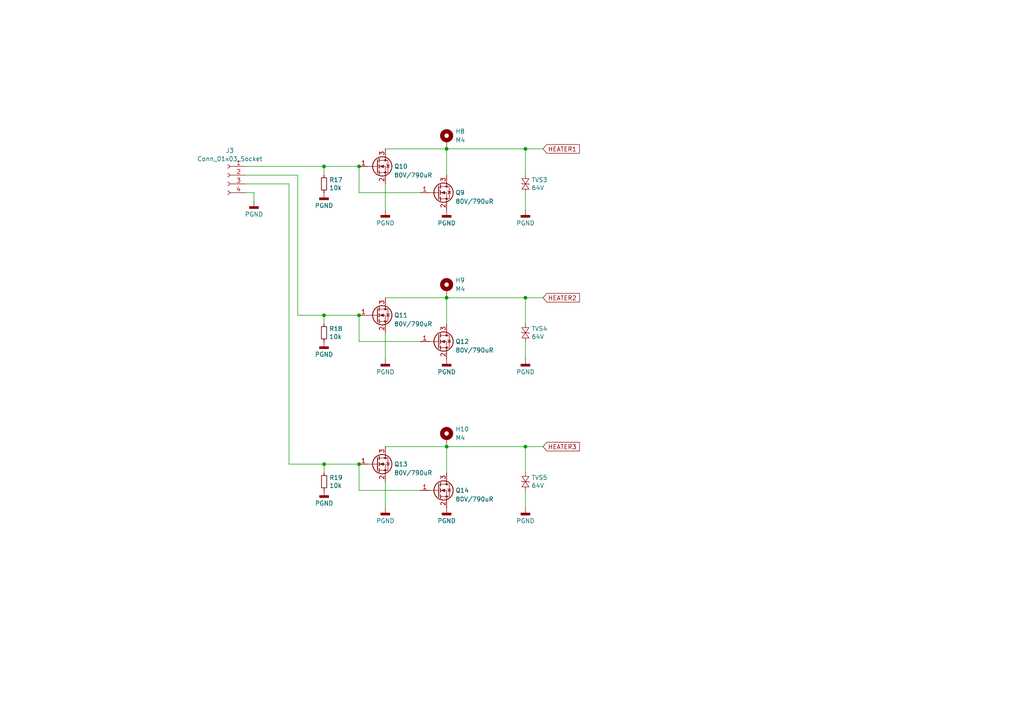
<source format=kicad_sch>
(kicad_sch (version 20250114) (generator "eeschema") (generator_version "9.0")
  (paper "A4")
  (title_block (title "3 kW DC heater controller") (date "2024-11-09") (rev "1.0.0") (company "(c) 2024, Marek Koza <qyx@krtko.org>"))
  (lib_symbols
    (symbol "Connector:Conn_01x04_Socket" (pin_names (offset 1.016) (hide yes))
      (property "Reference" "J" (at 0 5.08 0))
      (property "Value" "Conn_01x04_Socket" (at 0 -7.62 0))
      (symbol "Conn_01x04_Socket_1_1"
        (polyline (pts (xy -1.27 2.54) (xy -0.508 2.54)) (stroke (width 0.1524)))
        (polyline (pts (xy -1.27 0) (xy -0.508 0)) (stroke (width 0.1524)))
        (polyline (pts (xy -1.27 -2.54) (xy -0.508 -2.54)) (stroke (width 0.1524)))
        (polyline (pts (xy -1.27 -5.08) (xy -0.508 -5.08)) (stroke (width 0.1524)))
        (arc (start 0 2.032) (mid -0.5058 2.54) (end 0 3.048) (stroke (width 0.1524)))
        (arc (start 0 -0.508) (mid -0.5058 0) (end 0 0.508) (stroke (width 0.1524)))
        (arc (start 0 -3.048) (mid -0.5058 -2.54) (end 0 -2.032) (stroke (width 0.1524)))
        (arc (start 0 -5.588) (mid -0.5058 -5.08) (end 0 -4.572) (stroke (width 0.1524)))
        (pin passive line (at -5.08 2.54 0) (length 3.81) (name "Pin_1") (number "1"))
        (pin passive line (at -5.08 0 0) (length 3.81) (name "Pin_2") (number "2"))
        (pin passive line (at -5.08 -2.54 0) (length 3.81) (name "Pin_3") (number "3"))
        (pin passive line (at -5.08 -5.08 0) (length 3.81) (name "Pin_4") (number "4"))
      )
    )
    (symbol "Device:R_Small" (pin_numbers (hide yes)) (pin_names (offset 0.254) (hide yes))
      (property "Reference" "R" (at 0 0 90))
      (property "Value" "R_Small" (at 1.778 0 90))
      (symbol "R_Small_0_1"
        (rectangle (start -0.762 1.778) (end 0.762 -1.778) (stroke (width 0.2032)))
      )
      (symbol "R_Small_1_1"
        (pin passive line (at 0 2.54 270) (length 0.762) (name "~") (number "1"))
        (pin passive line (at 0 -2.54 90) (length 0.762) (name "~") (number "2"))
      )
    )
    (symbol "Mechanical:MountingHole_Pad" (pin_numbers (hide yes)) (pin_names (offset 1.016) (hide yes)) (exclude_from_sim yes) (in_bom no)
      (property "Reference" "H" (at 0 6.35 0))
      (property "Value" "MountingHole_Pad" (at 0 4.445 0))
      (symbol "MountingHole_Pad_0_1"
        (circle (center 0 1.27) (radius 1.27) (stroke (width 1.27)))
      )
      (symbol "MountingHole_Pad_1_1"
        (pin input line (at 0 -2.54 90) (length 2.54) (name "1") (number "1"))
      )
    )
    (symbol "Transistor_FET:IPT015N10N5" (pin_names (hide yes))
      (property "Reference" "Q" (at 5.08 1.905 0))
      (property "Value" "IPT015N10N5" (at 5.08 0 0))
      (symbol "IPT015N10N5_0_1"
        (polyline (pts (xy 0.254 1.905) (xy 0.254 -1.905)) (stroke (width 0.254)))
        (polyline (pts (xy 0.254 0) (xy -2.54 0)))
        (polyline (pts (xy 0.762 2.286) (xy 0.762 1.27)) (stroke (width 0.254)))
        (polyline (pts (xy 0.762 0.508) (xy 0.762 -0.508)) (stroke (width 0.254)))
        (polyline (pts (xy 0.762 -1.27) (xy 0.762 -2.286)) (stroke (width 0.254)))
        (polyline (pts (xy 0.762 -1.778) (xy 3.302 -1.778) (xy 3.302 1.778) (xy 0.762 1.778)))
        (polyline (pts (xy 1.016 0) (xy 2.032 0.381) (xy 2.032 -0.381) (xy 1.016 0)) (fill (type outline)))
        (circle (center 1.651 0) (radius 2.794) (stroke (width 0.254)))
        (polyline (pts (xy 2.54 2.54) (xy 2.54 1.778)))
        (circle (center 2.54 1.778) (radius 0.254) (fill (type outline)))
        (circle (center 2.54 -1.778) (radius 0.254) (fill (type outline)))
        (polyline (pts (xy 2.54 -2.54) (xy 2.54 0) (xy 0.762 0)))
        (polyline (pts (xy 2.794 0.508) (xy 2.921 0.381) (xy 3.683 0.381) (xy 3.81 0.254)))
        (polyline (pts (xy 3.302 0.381) (xy 2.921 -0.254) (xy 3.683 -0.254) (xy 3.302 0.381)))
      )
      (symbol "IPT015N10N5_1_1"
        (pin input line (at -5.08 0 0) (length 2.54) (name "G") (number "1"))
        (pin passive line (at 2.54 5.08 270) (length 2.54) (name "D") (number "3"))
        (pin passive line (at 2.54 -5.08 90) (length 2.54) (name "S") (number "2"))
      )
    )
    (symbol "passives:d_tvs_bidi" (pin_numbers (hide yes)) (pin_names (offset 1.016) (hide yes))
      (property "Reference" "TVS" (at 0 2.54 0))
      (property "Value" "d_tvs_bidi" (at 0 -2.54 0))
      (symbol "d_tvs_bidi_0_1"
        (polyline (pts (xy 0.254 1.016) (xy 0 1.016) (xy 0 -1.016) (xy -0.254 -1.016)))
      )
      (symbol "d_tvs_bidi_1_1"
        (polyline (pts (xy -1.524 -1.016) (xy 0 0) (xy -1.524 1.016) (xy -1.524 -1.016)))
        (polyline (pts (xy 1.524 1.016) (xy 0 0) (xy 1.524 -1.016) (xy 1.524 1.016)))
        (pin passive line (at -2.54 0 0) (length 1.016) (name "K") (number "1"))
        (pin passive line (at 2.54 0 180) (length 1.016) (name "A") (number "2"))
      )
    )
    (symbol "power:GNDD" (power) (pin_numbers (hide yes)) (pin_names (offset 0) (hide yes))
      (property "Value" "GNDD" (at 0 -3.175 0))
      (symbol "GNDD_0_1"
        (rectangle (start -1.27 -1.524) (end 1.27 -2.032) (stroke (width 0.254)) (fill (type outline)))
        (polyline (pts (xy 0 0) (xy 0 -1.524)))
      )
      (symbol "GNDD_1_1"
        (pin power_in line (at 0 0 270) (length 0) (name "~") (number "1"))
      )
    )
  )
  (junction (at 152.4 129.54))
  (junction (at 152.4 43.18))
  (junction (at 129.54 129.54))
  (junction (at 152.4 86.36))
  (junction (at 93.98 91.44))
  (junction (at 129.54 43.18))
  (junction (at 104.14 134.62))
  (junction (at 94.0089 134.62))
  (junction (at 93.98 48.26))
  (junction (at 129.54 86.36))
  (junction (at 104.14 48.26))
  (junction (at 104.14 91.44))
  (wire (pts (xy 93.98 91.44) (xy 93.98 93.98)))
  (wire (pts (xy 86.36 50.8) (xy 71.12 50.8)))
  (wire (pts (xy 93.98 48.26) (xy 104.14 48.26)))
  (wire (pts (xy 152.4 60.96) (xy 152.4 55.88)))
  (wire (pts (xy 83.82 134.62) (xy 94.0089 134.62)))
  (wire (pts (xy 152.4 147.32) (xy 152.4 142.24)))
  (wire (pts (xy 121.92 142.24) (xy 104.14 142.24)))
  (wire (pts (xy 129.54 43.18) (xy 129.54 50.8)))
  (wire (pts (xy 111.76 96.52) (xy 111.76 104.14)))
  (wire (pts (xy 152.4 129.54) (xy 157.48 129.54)))
  (wire (pts (xy 111.76 86.36) (xy 129.54 86.36)))
  (wire (pts (xy 152.4 129.54) (xy 152.4 137.16)))
  (wire (pts (xy 83.82 53.34) (xy 71.12 53.34)))
  (wire (pts (xy 94.0089 134.62) (xy 104.14 134.62)))
  (wire (pts (xy 121.92 99.06) (xy 104.14 99.06)))
  (wire (pts (xy 93.98 91.44) (xy 104.14 91.44)))
  (wire (pts (xy 129.54 86.36) (xy 152.4 86.36)))
  (wire (pts (xy 104.14 142.24) (xy 104.14 134.62)))
  (wire (pts (xy 86.36 91.44) (xy 86.36 50.8)))
  (wire (pts (xy 111.76 139.7) (xy 111.76 147.32)))
  (wire (pts (xy 111.76 53.34) (xy 111.76 60.96)))
  (wire (pts (xy 129.54 86.36) (xy 129.54 93.98)))
  (wire (pts (xy 129.54 129.54) (xy 129.54 137.16)))
  (wire (pts (xy 93.98 48.26) (xy 93.98 50.8)))
  (wire (pts (xy 104.14 99.06) (xy 104.14 91.44)))
  (wire (pts (xy 71.12 55.88) (xy 73.66 55.88)))
  (wire (pts (xy 152.4 43.18) (xy 152.4 50.8)))
  (wire (pts (xy 73.66 55.88) (xy 73.66 58.42)))
  (wire (pts (xy 152.4 86.36) (xy 152.4 93.98)))
  (wire (pts (xy 111.76 43.18) (xy 129.54 43.18)))
  (wire (pts (xy 111.76 129.54) (xy 129.54 129.54)))
  (wire (pts (xy 152.4 43.18) (xy 157.48 43.18)))
  (wire (pts (xy 121.92 55.88) (xy 104.14 55.88)))
  (wire (pts (xy 83.82 134.62) (xy 83.82 53.34)))
  (wire (pts (xy 152.4 104.14) (xy 152.4 99.06)))
  (wire (pts (xy 86.36 91.44) (xy 93.98 91.44)))
  (wire (pts (xy 129.54 43.18) (xy 152.4 43.18)))
  (wire (pts (xy 94.0089 134.62) (xy 94.0089 137.16)))
  (wire (pts (xy 71.12 48.26) (xy 93.98 48.26)))
  (wire (pts (xy 152.4 86.36) (xy 157.48 86.36)))
  (wire (pts (xy 104.14 55.88) (xy 104.14 48.26)))
  (wire (pts (xy 129.54 129.54) (xy 152.4 129.54)))
  (global_label "HEATER2" (shape input) (at 157.48 86.36 0) (property "Intersheetrefs" "${INTERSHEET_REFS}" (effects (hide yes))))
  (global_label "HEATER3" (shape input) (at 157.48 129.54 0) (property "Intersheetrefs" "${INTERSHEET_REFS}" (effects (hide yes))))
  (global_label "HEATER1" (shape input) (at 157.48 43.18 0) (property "Intersheetrefs" "${INTERSHEET_REFS}" (effects (hide yes))))
  (symbol (lib_id "Transistor_FET:IPT015N10N5") (at 127 142.24 0) (unit 1)
    (property "Reference" "Q14" (at 132.08 142.24 0) (effects (justify left)))
    (property "Value" "80V/790uR" (at 132.08 144.78 0) (effects (justify left)))
    (property "Footprint" "Package_TO_SOT_SMD:Infineon_PG-HSOF-8-1" (effects (hide yes)))
    (property "Datasheet" "http://www.infineon.com/dgdl/Infineon-IPT015N10N5-DS-v02_01-EN.pdf?fileId=5546d4624a75e5f1014ac94680661aff" (effects (hide yes)))
  )
  (symbol (lib_id "Connector:Conn_01x04_Socket") (at 66.04 50.8 0) (mirror y) (unit 1)
    (property "Reference" "J3" (at 66.675 43.6583 0))
    (property "Value" "Conn_01x03_Socket" (at 66.675 46.0826 0))
    (property "Footprint" "Connector_PinHeader_2.54mm:PinHeader_1x04_P2.54mm_Vertical" (effects (hide yes)))
    (property "Description" "Generic connector, single row, 01x04, script generated" (effects (hide yes)))
  )
  (symbol (lib_id "power:GNDD") (at 73.66 58.42 0) (unit 1)
    (property "Reference" "#PWR01" (effects (hide yes)))
    (property "Value" "PGND" (at 73.66 62.1721 0))
    (property "Description" "Power symbol creates a global label with name \"GNDD\" , digital ground" (effects (hide yes)))
  )
  (symbol (lib_id "power:GNDD") (at 111.76 147.32 0) (unit 1)
    (property "Reference" "#PWR024" (effects (hide yes)))
    (property "Value" "PGND" (at 111.76 151.0721 0))
    (property "Description" "Power symbol creates a global label with name \"GNDD\" , digital ground" (effects (hide yes)))
  )
  (symbol (lib_id "Transistor_FET:IPT015N10N5") (at 127 55.88 0) (unit 1)
    (property "Reference" "Q9" (at 132.08 55.88 0) (effects (justify left)))
    (property "Value" "80V/790uR" (at 132.08 58.42 0) (effects (justify left)))
    (property "Footprint" "Package_TO_SOT_SMD:Infineon_PG-HSOF-8-1" (effects (hide yes)))
    (property "Datasheet" "http://www.infineon.com/dgdl/Infineon-IPT015N10N5-DS-v02_01-EN.pdf?fileId=5546d4624a75e5f1014ac94680661aff" (effects (hide yes)))
  )
  (symbol (lib_id "power:GNDD") (at 152.4 60.96 0) (unit 1)
    (property "Reference" "#PWR020" (effects (hide yes)))
    (property "Value" "PGND" (at 152.4 64.7121 0))
    (property "Description" "Power symbol creates a global label with name \"GNDD\" , digital ground" (effects (hide yes)))
  )
  (symbol (lib_id "power:GNDD") (at 93.98 99.06 0) (unit 1)
    (property "Reference" "#PWR036" (effects (hide yes)))
    (property "Value" "PGND" (at 93.98 102.8121 0))
    (property "Description" "Power symbol creates a global label with name \"GNDD\" , digital ground" (effects (hide yes)))
  )
  (symbol (lib_id "power:GNDD") (at 93.98 55.88 0) (unit 1)
    (property "Reference" "#PWR035" (effects (hide yes)))
    (property "Value" "PGND" (at 93.98 59.6321 0))
    (property "Description" "Power symbol creates a global label with name \"GNDD\" , digital ground" (effects (hide yes)))
  )
  (symbol (lib_id "power:GNDD") (at 111.76 60.96 0) (unit 1)
    (property "Reference" "#PWR09" (effects (hide yes)))
    (property "Value" "PGND" (at 111.76 64.7121 0))
    (property "Description" "Power symbol creates a global label with name \"GNDD\" , digital ground" (effects (hide yes)))
  )
  (symbol (lib_id "passives:d_tvs_bidi") (at 152.4 53.34 270) (unit 1)
    (property "Reference" "TVS3" (at 154.1272 52.1716 90) (effects (justify left)))
    (property "Value" "64V" (at 154.1272 54.483 90) (effects (justify left)))
    (property "Footprint" "Diode_SMD:D_SMC" (effects (hide yes)))
  )
  (symbol (lib_id "Transistor_FET:IPT015N10N5") (at 109.22 134.62 0) (unit 1)
    (property "Reference" "Q13" (at 114.3 134.62 0) (effects (justify left)))
    (property "Value" "80V/790uR" (at 114.3 137.16 0) (effects (justify left)))
    (property "Footprint" "Package_TO_SOT_SMD:Infineon_PG-HSOF-8-1" (effects (hide yes)))
    (property "Datasheet" "http://www.infineon.com/dgdl/Infineon-IPT015N10N5-DS-v02_01-EN.pdf?fileId=5546d4624a75e5f1014ac94680661aff" (effects (hide yes)))
  )
  (symbol (lib_id "Transistor_FET:IPT015N10N5") (at 109.22 48.26 0) (unit 1)
    (property "Reference" "Q10" (at 114.3 48.26 0) (effects (justify left)))
    (property "Value" "80V/790uR" (at 114.3 50.8 0) (effects (justify left)))
    (property "Footprint" "Package_TO_SOT_SMD:Infineon_PG-HSOF-8-1" (effects (hide yes)))
    (property "Datasheet" "http://www.infineon.com/dgdl/Infineon-IPT015N10N5-DS-v02_01-EN.pdf?fileId=5546d4624a75e5f1014ac94680661aff" (effects (hide yes)))
  )
  (symbol (lib_id "passives:d_tvs_bidi") (at 152.4 139.7 270) (unit 1)
    (property "Reference" "TVS5" (at 154.1272 138.5316 90) (effects (justify left)))
    (property "Value" "64V" (at 154.1272 140.843 90) (effects (justify left)))
    (property "Footprint" "Diode_SMD:D_SMC" (effects (hide yes)))
  )
  (symbol (lib_id "Device:R_Small") (at 93.98 96.52 0) (unit 1)
    (property "Reference" "R18" (at 95.4786 95.3516 0) (effects (justify left)))
    (property "Value" "10k" (at 95.4786 97.663 0) (effects (justify left)))
    (property "Footprint" "Resistor_SMD:R_0603_1608Metric" (effects (hide yes)))
  )
  (symbol (lib_id "Transistor_FET:IPT015N10N5") (at 109.22 91.44 0) (unit 1)
    (property "Reference" "Q11" (at 114.3 91.44 0) (effects (justify left)))
    (property "Value" "80V/790uR" (at 114.3 93.98 0) (effects (justify left)))
    (property "Footprint" "Package_TO_SOT_SMD:Infineon_PG-HSOF-8-1" (effects (hide yes)))
    (property "Datasheet" "http://www.infineon.com/dgdl/Infineon-IPT015N10N5-DS-v02_01-EN.pdf?fileId=5546d4624a75e5f1014ac94680661aff" (effects (hide yes)))
  )
  (symbol (lib_id "power:GNDD") (at 94.0089 142.24 0) (unit 1)
    (property "Reference" "#PWR037" (effects (hide yes)))
    (property "Value" "PGND" (at 94.0089 145.9921 0))
    (property "Description" "Power symbol creates a global label with name \"GNDD\" , digital ground" (effects (hide yes)))
  )
  (symbol (lib_id "power:GNDD") (at 129.54 60.96 0) (unit 1)
    (property "Reference" "#PWR017" (effects (hide yes)))
    (property "Value" "PGND" (at 129.54 64.7121 0))
    (property "Description" "Power symbol creates a global label with name \"GNDD\" , digital ground" (effects (hide yes)))
  )
  (symbol (lib_id "power:GNDD") (at 129.54 147.32 0) (unit 1)
    (property "Reference" "#PWR025" (effects (hide yes)))
    (property "Value" "PGND" (at 129.54 151.0721 0))
    (property "Description" "Power symbol creates a global label with name \"GNDD\" , digital ground" (effects (hide yes)))
  )
  (symbol (lib_id "power:GNDD") (at 129.54 104.14 0) (unit 1)
    (property "Reference" "#PWR022" (effects (hide yes)))
    (property "Value" "PGND" (at 129.54 107.8921 0))
    (property "Description" "Power symbol creates a global label with name \"GNDD\" , digital ground" (effects (hide yes)))
  )
  (symbol (lib_id "power:GNDD") (at 152.4 147.32 0) (unit 1)
    (property "Reference" "#PWR026" (effects (hide yes)))
    (property "Value" "PGND" (at 152.4 151.0721 0))
    (property "Description" "Power symbol creates a global label with name \"GNDD\" , digital ground" (effects (hide yes)))
  )
  (symbol (lib_id "passives:d_tvs_bidi") (at 152.4 96.52 270) (unit 1)
    (property "Reference" "TVS4" (at 154.1272 95.3516 90) (effects (justify left)))
    (property "Value" "64V" (at 154.1272 97.663 90) (effects (justify left)))
    (property "Footprint" "Diode_SMD:D_SMC" (effects (hide yes)))
  )
  (symbol (lib_id "power:GNDD") (at 152.4 104.14 0) (unit 1)
    (property "Reference" "#PWR023" (effects (hide yes)))
    (property "Value" "PGND" (at 152.4 107.8921 0))
    (property "Description" "Power symbol creates a global label with name \"GNDD\" , digital ground" (effects (hide yes)))
  )
  (symbol (lib_id "Mechanical:MountingHole_Pad") (at 129.54 40.64 0) (unit 1)
    (property "Reference" "H8" (at 132.08 38.1 0) (effects (justify left)))
    (property "Value" "M4" (at 132.08 40.64 0) (effects (justify left)))
    (property "Footprint" "connectors:KEYS_7798" (effects (hide yes)))
  )
  (symbol (lib_id "Mechanical:MountingHole_Pad") (at 129.54 127 0) (unit 1)
    (property "Reference" "H10" (at 132.08 124.46 0) (effects (justify left)))
    (property "Value" "M4" (at 132.08 127 0) (effects (justify left)))
    (property "Footprint" "connectors:KEYS_7798" (effects (hide yes)))
  )
  (symbol (lib_id "Device:R_Small") (at 93.98 53.34 0) (unit 1)
    (property "Reference" "R17" (at 95.4786 52.1716 0) (effects (justify left)))
    (property "Value" "10k" (at 95.4786 54.483 0) (effects (justify left)))
    (property "Footprint" "Resistor_SMD:R_0603_1608Metric" (effects (hide yes)))
  )
  (symbol (lib_id "power:GNDD") (at 111.76 104.14 0) (unit 1)
    (property "Reference" "#PWR021" (effects (hide yes)))
    (property "Value" "PGND" (at 111.76 107.8921 0))
    (property "Description" "Power symbol creates a global label with name \"GNDD\" , digital ground" (effects (hide yes)))
  )
  (symbol (lib_id "Transistor_FET:IPT015N10N5") (at 127 99.06 0) (unit 1)
    (property "Reference" "Q12" (at 132.08 99.06 0) (effects (justify left)))
    (property "Value" "80V/790uR" (at 132.08 101.6 0) (effects (justify left)))
    (property "Footprint" "Package_TO_SOT_SMD:Infineon_PG-HSOF-8-1" (effects (hide yes)))
    (property "Datasheet" "http://www.infineon.com/dgdl/Infineon-IPT015N10N5-DS-v02_01-EN.pdf?fileId=5546d4624a75e5f1014ac94680661aff" (effects (hide yes)))
  )
  (symbol (lib_id "Mechanical:MountingHole_Pad") (at 129.54 83.82 0) (unit 1)
    (property "Reference" "H9" (at 132.08 81.28 0) (effects (justify left)))
    (property "Value" "M4" (at 132.08 83.82 0) (effects (justify left)))
    (property "Footprint" "connectors:KEYS_7798" (effects (hide yes)))
  )
  (symbol (lib_id "Device:R_Small") (at 94.0089 139.7 0) (unit 1)
    (property "Reference" "R19" (at 95.5075 138.5316 0) (effects (justify left)))
    (property "Value" "10k" (at 95.5075 140.843 0) (effects (justify left)))
    (property "Footprint" "Resistor_SMD:R_0603_1608Metric" (effects (hide yes)))
  )
)
</source>
